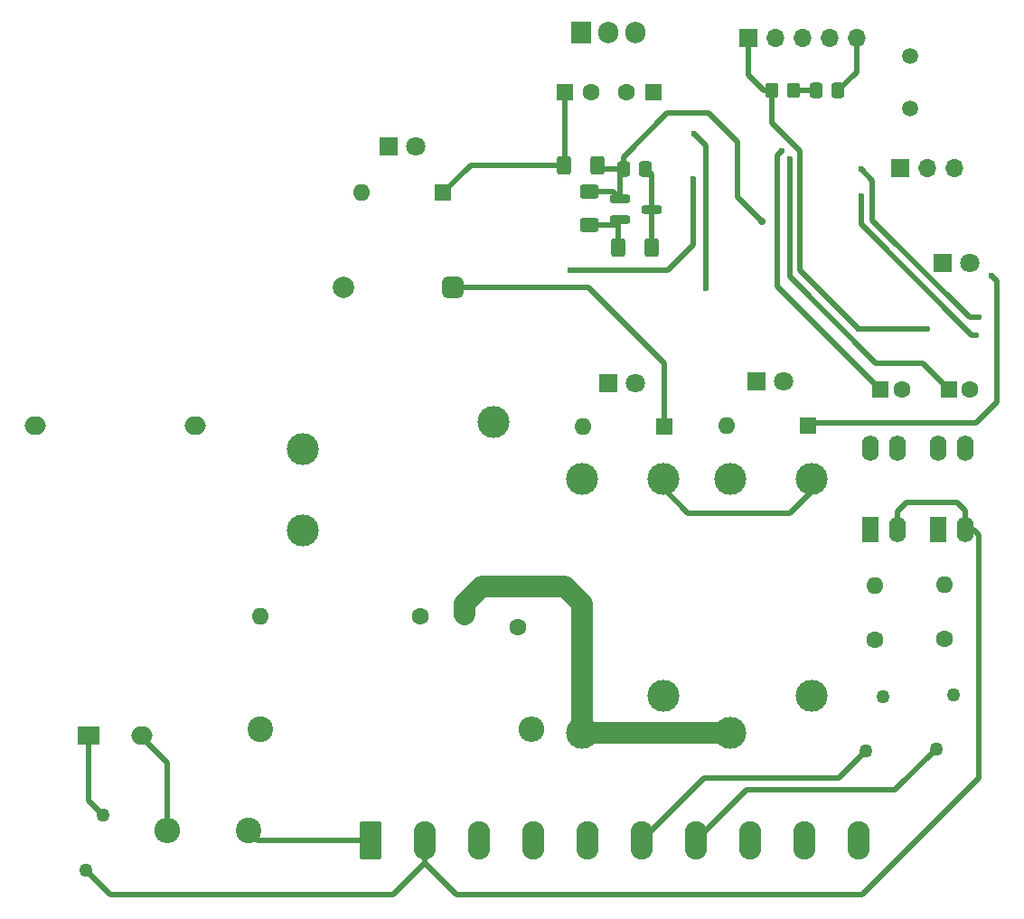
<source format=gbr>
%TF.GenerationSoftware,KiCad,Pcbnew,8.0.6*%
%TF.CreationDate,2024-12-30T11:18:50+02:00*%
%TF.ProjectId,project,70726f6a-6563-4742-9e6b-696361645f70,rev?*%
%TF.SameCoordinates,Original*%
%TF.FileFunction,Copper,L1,Top*%
%TF.FilePolarity,Positive*%
%FSLAX46Y46*%
G04 Gerber Fmt 4.6, Leading zero omitted, Abs format (unit mm)*
G04 Created by KiCad (PCBNEW 8.0.6) date 2024-12-30 11:18:50*
%MOMM*%
%LPD*%
G01*
G04 APERTURE LIST*
G04 Aperture macros list*
%AMRoundRect*
0 Rectangle with rounded corners*
0 $1 Rounding radius*
0 $2 $3 $4 $5 $6 $7 $8 $9 X,Y pos of 4 corners*
0 Add a 4 corners polygon primitive as box body*
4,1,4,$2,$3,$4,$5,$6,$7,$8,$9,$2,$3,0*
0 Add four circle primitives for the rounded corners*
1,1,$1+$1,$2,$3*
1,1,$1+$1,$4,$5*
1,1,$1+$1,$6,$7*
1,1,$1+$1,$8,$9*
0 Add four rect primitives between the rounded corners*
20,1,$1+$1,$2,$3,$4,$5,0*
20,1,$1+$1,$4,$5,$6,$7,0*
20,1,$1+$1,$6,$7,$8,$9,0*
20,1,$1+$1,$8,$9,$2,$3,0*%
G04 Aperture macros list end*
%TA.AperFunction,ComponentPad*%
%ADD10R,1.800000X1.800000*%
%TD*%
%TA.AperFunction,ComponentPad*%
%ADD11C,1.800000*%
%TD*%
%TA.AperFunction,ComponentPad*%
%ADD12R,1.600000X1.600000*%
%TD*%
%TA.AperFunction,ComponentPad*%
%ADD13O,1.600000X1.600000*%
%TD*%
%TA.AperFunction,ComponentPad*%
%ADD14C,1.600000*%
%TD*%
%TA.AperFunction,ComponentPad*%
%ADD15C,1.270000*%
%TD*%
%TA.AperFunction,ComponentPad*%
%ADD16RoundRect,0.249999X-0.790001X-1.550001X0.790001X-1.550001X0.790001X1.550001X-0.790001X1.550001X0*%
%TD*%
%TA.AperFunction,ComponentPad*%
%ADD17O,2.080000X3.600000*%
%TD*%
%TA.AperFunction,ComponentPad*%
%ADD18C,3.000000*%
%TD*%
%TA.AperFunction,SMDPad,CuDef*%
%ADD19RoundRect,0.250000X-0.400000X-0.625000X0.400000X-0.625000X0.400000X0.625000X-0.400000X0.625000X0*%
%TD*%
%TA.AperFunction,ComponentPad*%
%ADD20R,1.700000X1.700000*%
%TD*%
%TA.AperFunction,ComponentPad*%
%ADD21O,1.700000X1.700000*%
%TD*%
%TA.AperFunction,ComponentPad*%
%ADD22R,2.000000X1.700000*%
%TD*%
%TA.AperFunction,ComponentPad*%
%ADD23O,2.000000X1.700000*%
%TD*%
%TA.AperFunction,SMDPad,CuDef*%
%ADD24RoundRect,0.250000X0.400000X0.625000X-0.400000X0.625000X-0.400000X-0.625000X0.400000X-0.625000X0*%
%TD*%
%TA.AperFunction,ComponentPad*%
%ADD25R,1.905000X2.000000*%
%TD*%
%TA.AperFunction,ComponentPad*%
%ADD26O,1.905000X2.000000*%
%TD*%
%TA.AperFunction,SMDPad,CuDef*%
%ADD27RoundRect,0.250000X-0.350000X-0.450000X0.350000X-0.450000X0.350000X0.450000X-0.350000X0.450000X0*%
%TD*%
%TA.AperFunction,SMDPad,CuDef*%
%ADD28RoundRect,0.200000X-0.750000X-0.200000X0.750000X-0.200000X0.750000X0.200000X-0.750000X0.200000X0*%
%TD*%
%TA.AperFunction,SMDPad,CuDef*%
%ADD29RoundRect,0.250000X-0.337500X-0.475000X0.337500X-0.475000X0.337500X0.475000X-0.337500X0.475000X0*%
%TD*%
%TA.AperFunction,ComponentPad*%
%ADD30C,2.400000*%
%TD*%
%TA.AperFunction,ComponentPad*%
%ADD31O,2.400000X2.400000*%
%TD*%
%TA.AperFunction,SMDPad,CuDef*%
%ADD32RoundRect,0.250000X0.625000X-0.400000X0.625000X0.400000X-0.625000X0.400000X-0.625000X-0.400000X0*%
%TD*%
%TA.AperFunction,ComponentPad*%
%ADD33RoundRect,0.500000X0.500000X-0.500000X0.500000X0.500000X-0.500000X0.500000X-0.500000X-0.500000X0*%
%TD*%
%TA.AperFunction,ComponentPad*%
%ADD34C,2.000000*%
%TD*%
%TA.AperFunction,ComponentPad*%
%ADD35R,1.600000X2.400000*%
%TD*%
%TA.AperFunction,ComponentPad*%
%ADD36O,1.600000X2.400000*%
%TD*%
%TA.AperFunction,ComponentPad*%
%ADD37C,1.500000*%
%TD*%
%TA.AperFunction,ViaPad*%
%ADD38C,0.600000*%
%TD*%
%TA.AperFunction,ViaPad*%
%ADD39C,0.700000*%
%TD*%
%TA.AperFunction,Conductor*%
%ADD40C,2.000000*%
%TD*%
%TA.AperFunction,Conductor*%
%ADD41C,0.500000*%
%TD*%
G04 APERTURE END LIST*
D10*
%TO.P,D3,1,K*%
%TO.N,Net-(D3-K)*%
X131127500Y-83282500D03*
D11*
%TO.P,D3,2,A*%
%TO.N,Net-(D3-A)*%
X133667500Y-83282500D03*
%TD*%
D12*
%TO.P,D6,1,K*%
%TO.N,+12V*%
X136337500Y-87332500D03*
D13*
%TO.P,D6,2,A*%
%TO.N,Net-(D3-K)*%
X128717500Y-87332500D03*
%TD*%
D10*
%TO.P,D2,1,K*%
%TO.N,Net-(D2-K)*%
X110558750Y-61073750D03*
D11*
%TO.P,D2,2,A*%
%TO.N,Net-(D2-A)*%
X113098750Y-61073750D03*
%TD*%
D14*
%TO.P,RV1,1*%
%TO.N,220 \u043A\u043E\u043C\u043F. \u0432\u044B\u0445\u043E\u0434 (L)*%
X122657500Y-106127500D03*
%TO.P,RV1,2*%
%TO.N,220 \u0432\u0445\u043E\u0434 (L)*%
X117657500Y-104877500D03*
%TD*%
D15*
%TO.P,F1,1*%
%TO.N,220 \u0432\u0445\u043E\u0434 (N)*%
X82150000Y-128850000D03*
%TO.P,F1,2*%
%TO.N,Net-(PS1-AC{slash}L)*%
X83750000Y-123750000D03*
%TD*%
D16*
%TO.P,J3,1,Pin_1*%
%TO.N,220 \u0432\u0445\u043E\u0434 (L)*%
X108830000Y-126050000D03*
D17*
%TO.P,J3,2,Pin_2*%
%TO.N,220 \u0432\u0445\u043E\u0434 (N)*%
X113910000Y-126050000D03*
%TO.P,J3,3,Pin_3*%
%TO.N,220 \u043A\u043E\u043C\u043F. \u0432\u044B\u0445\u043E\u0434 (L)*%
X118990000Y-126050000D03*
%TO.P,J3,4,Pin_4*%
%TO.N,220 \u0442\u0435\u043D \u043F\u043E\u0434\u0434\u043E\u043D \u0432\u044B\u0445\u043E\u0434 (L)*%
X124070000Y-126050000D03*
%TO.P,J3,5,Pin_5*%
%TO.N,220 \u0442\u0435\u043D \u043A\u043E\u043C\u043F. \u0432\u044B\u0445\u043E\u0434 (L)*%
X129150000Y-126050000D03*
%TO.P,J3,6,Pin_6*%
%TO.N,220 \u043A\u043E\u043C\u043F. \u0432\u0445\u043E\u0434 (L)*%
X134230000Y-126050000D03*
%TO.P,J3,7,Pin_7*%
%TO.N,220 4\u0445 \u0445\u043E\u0434\u043E\u0432\u043E\u0439 \u0432\u0445\u043E\u0434 (L)*%
X139310000Y-126050000D03*
%TO.P,J3,8,Pin_8*%
%TO.N,NTC \u0442\u0435\u043C\u043F. \u043A\u043E\u043C\u043F\u0440\u0435\u0441\u0441\u043E\u0440*%
X144390000Y-126050000D03*
%TO.P,J3,9,Pin_9*%
%TO.N,NTC \u0442\u0435\u043C\u043F. \u0432\u043D\u0435\u0448\u043D\u044F\u044F*%
X149470000Y-126050000D03*
%TO.P,J3,10,Pin_10*%
%TO.N,GND*%
X154550000Y-126050000D03*
%TD*%
D14*
%TO.P,R23,1*%
%TO.N,Net-(F3-Pad2)*%
X162600000Y-107182500D03*
D13*
%TO.P,R23,2*%
%TO.N,Net-(R23-Pad2)*%
X162600000Y-102102500D03*
%TD*%
D18*
%TO.P,K2,13*%
%TO.N,220 \u0442\u0435\u043D \u043F\u043E\u0434\u0434\u043E\u043D \u0432\u044B\u0445\u043E\u0434 (L)*%
X136227500Y-112502500D03*
%TO.P,K2,14*%
%TO.N,220 \u0432\u0445\u043E\u0434 (L)*%
X128607500Y-116002500D03*
%TO.P,K2,A1*%
%TO.N,+12V*%
X136227500Y-92182500D03*
%TO.P,K2,A2*%
%TO.N,Net-(D3-K)*%
X128607500Y-92182500D03*
%TD*%
D19*
%TO.P,R3,1*%
%TO.N,+12V*%
X126950000Y-62800000D03*
%TO.P,R3,2*%
%TO.N,VDDA*%
X130050000Y-62800000D03*
%TD*%
D12*
%TO.P,C10,1*%
%TO.N,+3V3*%
X135300000Y-55950000D03*
D14*
%TO.P,C10,2*%
%TO.N,GND*%
X132800000Y-55950000D03*
%TD*%
D15*
%TO.P,F3,1*%
%TO.N,220 4\u0445 \u0445\u043E\u0434\u043E\u0432\u043E\u0439 \u0432\u0445\u043E\u0434 (L)*%
X161800000Y-117517500D03*
%TO.P,F3,2*%
%TO.N,Net-(F3-Pad2)*%
X163400000Y-112417500D03*
%TD*%
D20*
%TO.P,J2,1,Pin_1*%
%TO.N,+3V3*%
X144210000Y-50920000D03*
D21*
%TO.P,J2,2,Pin_2*%
%TO.N,Net-(J2-Pin_2)*%
X146750000Y-50920000D03*
%TO.P,J2,3,Pin_3*%
%TO.N,Net-(J2-Pin_3)*%
X149290000Y-50920000D03*
%TO.P,J2,4,Pin_4*%
%TO.N,Net-(J2-Pin_4)*%
X151830000Y-50920000D03*
%TO.P,J2,5,Pin_5*%
%TO.N,GND*%
X154370000Y-50920000D03*
%TD*%
D22*
%TO.P,PS1,1,AC/L*%
%TO.N,Net-(PS1-AC{slash}L)*%
X82400000Y-116302500D03*
D23*
%TO.P,PS1,2,AC/N*%
%TO.N,Net-(PS1-AC{slash}N)*%
X87400000Y-116302500D03*
%TO.P,PS1,3,-Vout*%
%TO.N,GND*%
X77400000Y-87222500D03*
%TO.P,PS1,4,+Vout*%
%TO.N,+12V*%
X92400000Y-87222500D03*
%TD*%
D24*
%TO.P,R6,1*%
%TO.N,GND*%
X135150000Y-70550000D03*
%TO.P,R6,2*%
%TO.N,Net-(U1-REF)*%
X132050000Y-70550000D03*
%TD*%
D25*
%TO.P,U3,1,VI*%
%TO.N,+12V*%
X128520000Y-50400000D03*
D26*
%TO.P,U3,2,GND*%
%TO.N,GND*%
X131060000Y-50400000D03*
%TO.P,U3,3,VO*%
%TO.N,+3V3*%
X133600000Y-50400000D03*
%TD*%
D12*
%TO.P,D7,1,K*%
%TO.N,+12V*%
X149782500Y-87247500D03*
D13*
%TO.P,D7,2,A*%
%TO.N,Net-(D4-K)*%
X142162500Y-87247500D03*
%TD*%
D27*
%TO.P,R4,1*%
%TO.N,+3V3*%
X146450000Y-55850000D03*
%TO.P,R4,2*%
%TO.N,Net-(J2-Pin_4)*%
X148450000Y-55850000D03*
%TD*%
D12*
%TO.P,C13,1*%
%TO.N,\u043A\u043E\u043C\u043F\u0440\u0435\u0441\u0441\u043E\u0440 \u0441\u0442\u0430\u0442\u0443\u0441*%
X156600000Y-83835000D03*
D14*
%TO.P,C13,2*%
%TO.N,GND*%
X158600000Y-83835000D03*
%TD*%
D12*
%TO.P,D5,1,K*%
%TO.N,+12V*%
X115643750Y-65373750D03*
D13*
%TO.P,D5,2,A*%
%TO.N,Net-(D2-K)*%
X108023750Y-65373750D03*
%TD*%
D28*
%TO.P,U1,1,K*%
%TO.N,VDDA*%
X132200000Y-66012500D03*
%TO.P,U1,2,REF*%
%TO.N,Net-(U1-REF)*%
X132200000Y-67912500D03*
%TO.P,U1,3,A*%
%TO.N,GND*%
X135200000Y-66962500D03*
%TD*%
D15*
%TO.P,F2,1*%
%TO.N,220 \u043A\u043E\u043C\u043F. \u0432\u0445\u043E\u0434 (L)*%
X155250000Y-117700000D03*
%TO.P,F2,2*%
%TO.N,Net-(F2-Pad2)*%
X156850000Y-112600000D03*
%TD*%
D29*
%TO.P,C2,1*%
%TO.N,Net-(J2-Pin_4)*%
X150550000Y-55850000D03*
%TO.P,C2,2*%
%TO.N,GND*%
X152625000Y-55850000D03*
%TD*%
D20*
%TO.P,J1,1,Pin_1*%
%TO.N,Net-(J1-Pin_1)*%
X158410000Y-63105000D03*
D21*
%TO.P,J1,2,Pin_2*%
%TO.N,Net-(J1-Pin_2)*%
X160950000Y-63105000D03*
%TO.P,J1,3,Pin_3*%
%TO.N,GND*%
X163490000Y-63105000D03*
%TD*%
D30*
%TO.P,TH1,1*%
%TO.N,220 \u0432\u0445\u043E\u0434 (L)*%
X97370000Y-125150000D03*
D31*
%TO.P,TH1,2*%
%TO.N,Net-(PS1-AC{slash}N)*%
X89750000Y-125150000D03*
%TD*%
D14*
%TO.P,R22,1*%
%TO.N,Net-(F2-Pad2)*%
X156100000Y-107265000D03*
D13*
%TO.P,R22,2*%
%TO.N,Net-(R22-Pad2)*%
X156100000Y-102185000D03*
%TD*%
D30*
%TO.P,R21,1*%
%TO.N,Net-(C11-Pad2)*%
X98507500Y-115702500D03*
D31*
%TO.P,R21,2*%
%TO.N,220 \u043A\u043E\u043C\u043F. \u0432\u044B\u0445\u043E\u0434 (L)*%
X123907500Y-115702500D03*
%TD*%
D32*
%TO.P,R5,1*%
%TO.N,Net-(U1-REF)*%
X129300000Y-68400000D03*
%TO.P,R5,2*%
%TO.N,VDDA*%
X129300000Y-65300000D03*
%TD*%
D18*
%TO.P,K1,11*%
%TO.N,220 \u043A\u043E\u043C\u043F. \u0432\u044B\u0445\u043E\u0434 (L)*%
X120307500Y-86912500D03*
%TO.P,K1,12*%
%TO.N,unconnected-(K1-Pad12)*%
X102507500Y-97052500D03*
%TO.P,K1,14*%
%TO.N,220 \u0432\u0445\u043E\u0434 (L)*%
X102507500Y-89452500D03*
D33*
%TO.P,K1,A1*%
%TO.N,+12V*%
X116507500Y-74252500D03*
D34*
%TO.P,K1,A2*%
%TO.N,Net-(D2-K)*%
X106307500Y-74252500D03*
%TD*%
D29*
%TO.P,C5,1*%
%TO.N,VDDA*%
X132512500Y-63150000D03*
%TO.P,C5,2*%
%TO.N,GND*%
X134587500Y-63150000D03*
%TD*%
D14*
%TO.P,C11,1*%
%TO.N,220 \u0432\u0445\u043E\u0434 (L)*%
X113457500Y-105052500D03*
D13*
%TO.P,C11,2*%
%TO.N,Net-(C11-Pad2)*%
X98457500Y-105052500D03*
%TD*%
D35*
%TO.P,U5,1*%
%TO.N,Net-(R23-Pad2)*%
X162025000Y-96975000D03*
D36*
%TO.P,U5,2*%
%TO.N,220 \u0432\u0445\u043E\u0434 (N)*%
X164565000Y-96975000D03*
%TO.P,U5,3*%
%TO.N,GND*%
X164565000Y-89355000D03*
%TO.P,U5,4*%
%TO.N,4\u0445 \u0445\u043E\u0434\u043E\u0432\u043E\u0439 \u0441\u0442\u0430\u0442\u0443\u0441*%
X162025000Y-89355000D03*
%TD*%
D37*
%TO.P,Y1,1,1*%
%TO.N,Net-(U2-PF1)*%
X159410000Y-57520000D03*
%TO.P,Y1,2,2*%
%TO.N,Net-(U2-PF0)*%
X159410000Y-52620000D03*
%TD*%
D12*
%TO.P,C14,1*%
%TO.N,4\u0445 \u0445\u043E\u0434\u043E\u0432\u043E\u0439 \u0441\u0442\u0430\u0442\u0443\u0441*%
X162994888Y-83800000D03*
D14*
%TO.P,C14,2*%
%TO.N,GND*%
X164994888Y-83800000D03*
%TD*%
D12*
%TO.P,C8,1*%
%TO.N,+12V*%
X127000000Y-55950000D03*
D14*
%TO.P,C8,2*%
%TO.N,GND*%
X129500000Y-55950000D03*
%TD*%
D10*
%TO.P,D1,1,K*%
%TO.N,Net-(D1-K)*%
X162442500Y-72005000D03*
D11*
%TO.P,D1,2,A*%
%TO.N,Net-(D1-A)*%
X164982500Y-72005000D03*
%TD*%
D35*
%TO.P,U4,1*%
%TO.N,Net-(R22-Pad2)*%
X155625000Y-96960000D03*
D36*
%TO.P,U4,2*%
%TO.N,220 \u0432\u0445\u043E\u0434 (N)*%
X158165000Y-96960000D03*
%TO.P,U4,3*%
%TO.N,GND*%
X158165000Y-89340000D03*
%TO.P,U4,4*%
%TO.N,\u043A\u043E\u043C\u043F\u0440\u0435\u0441\u0441\u043E\u0440 \u0441\u0442\u0430\u0442\u0443\u0441*%
X155625000Y-89340000D03*
%TD*%
D18*
%TO.P,K3,13*%
%TO.N,220 \u0442\u0435\u043D \u043A\u043E\u043C\u043F. \u0432\u044B\u0445\u043E\u0434 (L)*%
X150120000Y-112520000D03*
%TO.P,K3,14*%
%TO.N,220 \u0432\u0445\u043E\u0434 (L)*%
X142500000Y-116020000D03*
%TO.P,K3,A1*%
%TO.N,+12V*%
X150120000Y-92200000D03*
%TO.P,K3,A2*%
%TO.N,Net-(D4-K)*%
X142500000Y-92200000D03*
%TD*%
D10*
%TO.P,D4,1,K*%
%TO.N,Net-(D4-K)*%
X144947500Y-83097500D03*
D11*
%TO.P,D4,2,A*%
%TO.N,Net-(D4-A)*%
X147487500Y-83097500D03*
%TD*%
D38*
%TO.N,\u043A\u043E\u043C\u043F\u0440\u0435\u0441\u0441\u043E\u0440 \u0441\u0442\u0430\u0442\u0443\u0441*%
X147325000Y-61525000D03*
%TO.N,GND*%
X135150000Y-65150000D03*
X135150000Y-68700000D03*
%TO.N,4\u0445 \u0445\u043E\u0434\u043E\u0432\u043E\u0439 \u0441\u0442\u0430\u0442\u0443\u0441*%
X148075000Y-62225000D03*
%TO.N,+3V3*%
X154550000Y-78200000D03*
X161000000Y-78200000D03*
%TO.N,+12V*%
X167000000Y-73200000D03*
D39*
%TO.N,VDDA*%
X145450000Y-68050000D03*
D38*
%TO.N,NTC \u0442\u0435\u043C\u043F. \u043A\u043E\u043C\u043F\u0440\u0435\u0441\u0441\u043E\u0440*%
X165800000Y-77100000D03*
X154800000Y-63200000D03*
%TO.N,NTC \u0442\u0435\u043C\u043F. \u0432\u043D\u0435\u0448\u043D\u044F\u044F*%
X154795000Y-65755000D03*
X165543358Y-78713778D03*
%TO.N,Net-(J2-Pin_4)*%
X149500000Y-55850000D03*
%TO.N,Net-(Q3-G)*%
X139050000Y-64150000D03*
X127500000Y-72650000D03*
%TO.N,Net-(Q4-G)*%
X139100000Y-59850000D03*
X140200000Y-74350000D03*
%TD*%
D40*
%TO.N,220 \u0432\u0445\u043E\u0434 (L)*%
X117657500Y-104877500D02*
X117657500Y-103917500D01*
X119250000Y-102325000D02*
X127000000Y-102325000D01*
X117657500Y-103917500D02*
X119250000Y-102325000D01*
X127000000Y-102325000D02*
X128607500Y-103932500D01*
X128607500Y-103932500D02*
X128607500Y-116002500D01*
D41*
%TO.N,220 \u0432\u0445\u043E\u0434 (N)*%
X113910000Y-128160000D02*
X116900000Y-131150000D01*
X165800000Y-120250000D02*
X165800000Y-97450000D01*
X165325000Y-96975000D02*
X164565000Y-96975000D01*
X116900000Y-131150000D02*
X154900000Y-131150000D01*
X154900000Y-131150000D02*
X165800000Y-120250000D01*
X165800000Y-97450000D02*
X165325000Y-96975000D01*
X164565000Y-96975000D02*
X164665000Y-96875000D01*
X158165000Y-96960000D02*
X158165000Y-95235000D01*
X163750000Y-94400000D02*
X164565000Y-95215000D01*
X158165000Y-95235000D02*
X159000000Y-94400000D01*
X159000000Y-94400000D02*
X163750000Y-94400000D01*
X164565000Y-95215000D02*
X164565000Y-96975000D01*
%TO.N,\u043A\u043E\u043C\u043F\u0440\u0435\u0441\u0441\u043E\u0440 \u0441\u0442\u0430\u0442\u0443\u0441*%
X146950000Y-61900000D02*
X146950000Y-74185000D01*
X146950000Y-74185000D02*
X156600000Y-83835000D01*
X147325000Y-61525000D02*
X146950000Y-61900000D01*
%TO.N,GND*%
X135150000Y-68700000D02*
X135150000Y-65150000D01*
X135150000Y-63712500D02*
X134587500Y-63150000D01*
X154370000Y-50920000D02*
X154370000Y-54105000D01*
X154370000Y-54105000D02*
X152625000Y-55850000D01*
X135150000Y-65150000D02*
X135150000Y-63712500D01*
X135150000Y-70550000D02*
X135150000Y-68700000D01*
%TO.N,4\u0445 \u0445\u043E\u0434\u043E\u0432\u043E\u0439 \u0441\u0442\u0430\u0442\u0443\u0441*%
X148075000Y-73275000D02*
X156150000Y-81350000D01*
X160544888Y-81350000D02*
X162994888Y-83800000D01*
X156150000Y-81350000D02*
X160544888Y-81350000D01*
X148075000Y-62225000D02*
X148075000Y-73275000D01*
D40*
%TO.N,220 \u0432\u0445\u043E\u0434 (L)*%
X128632500Y-116027500D02*
X128607500Y-116002500D01*
D41*
X108830000Y-126050000D02*
X98270000Y-126050000D01*
D40*
X142402500Y-116027500D02*
X128632500Y-116027500D01*
D41*
X98270000Y-126050000D02*
X97370000Y-125150000D01*
%TO.N,+3V3*%
X154550000Y-78200000D02*
X149050000Y-72700000D01*
X145650000Y-55850000D02*
X144210000Y-54410000D01*
X146450000Y-55850000D02*
X145650000Y-55850000D01*
X161000000Y-78200000D02*
X154550000Y-78200000D01*
X149050000Y-61450000D02*
X146450000Y-58850000D01*
X146450000Y-58850000D02*
X146450000Y-55850000D01*
X144210000Y-54410000D02*
X144210000Y-50920000D01*
X149050000Y-72700000D02*
X149050000Y-61450000D01*
%TO.N,+12V*%
X167500000Y-85050000D02*
X167500000Y-73700000D01*
X126950000Y-62700000D02*
X127000000Y-62650000D01*
X127000000Y-62650000D02*
X127000000Y-55950000D01*
X165550000Y-87000000D02*
X167500000Y-85050000D01*
X126950000Y-62800000D02*
X118217500Y-62800000D01*
X126950000Y-62800000D02*
X126950000Y-62700000D01*
X138550000Y-95400000D02*
X148100000Y-95400000D01*
X167500000Y-73700000D02*
X167000000Y-73200000D01*
X150030000Y-87000000D02*
X165550000Y-87000000D01*
X136337500Y-81362500D02*
X136337500Y-87332500D01*
X150022500Y-93477500D02*
X150022500Y-92207500D01*
X136227500Y-92182500D02*
X136227500Y-93077500D01*
X136227500Y-93077500D02*
X138550000Y-95400000D01*
X149782500Y-87247500D02*
X150030000Y-87000000D01*
X116507500Y-74252500D02*
X129227500Y-74252500D01*
X129227500Y-74252500D02*
X136337500Y-81362500D01*
X148100000Y-95400000D02*
X150022500Y-93477500D01*
X118217500Y-62800000D02*
X115643750Y-65373750D01*
%TO.N,VDDA*%
X140500000Y-57950000D02*
X143200000Y-60650000D01*
X132200000Y-66012500D02*
X132200000Y-63462500D01*
X132512500Y-63150000D02*
X130400000Y-63150000D01*
X132512500Y-63150000D02*
X132512500Y-62037500D01*
X143200000Y-65800000D02*
X145450000Y-68050000D01*
X129300000Y-65300000D02*
X131487500Y-65300000D01*
X130400000Y-63150000D02*
X130050000Y-62800000D01*
X132512500Y-62037500D02*
X136600000Y-57950000D01*
X136600000Y-57950000D02*
X140500000Y-57950000D01*
X143200000Y-60650000D02*
X143200000Y-65800000D01*
X131487500Y-65300000D02*
X132200000Y-66012500D01*
X132200000Y-63462500D02*
X132512500Y-63150000D01*
%TO.N,NTC \u0442\u0435\u043C\u043F. \u043A\u043E\u043C\u043F\u0440\u0435\u0441\u0441\u043E\u0440*%
X155850000Y-68007500D02*
X155850000Y-64250000D01*
X154800000Y-63200000D02*
X154800000Y-63150000D01*
X164942500Y-77100000D02*
X155850000Y-68007500D01*
X155850000Y-64250000D02*
X154800000Y-63200000D01*
X165800000Y-77100000D02*
X164942500Y-77100000D01*
%TO.N,NTC \u0442\u0435\u043C\u043F. \u0432\u043D\u0435\u0448\u043D\u044F\u044F*%
X165163778Y-78713778D02*
X154795000Y-68345000D01*
X165543358Y-78713778D02*
X165163778Y-78713778D01*
X154795000Y-68345000D02*
X154795000Y-65755000D01*
%TO.N,Net-(J2-Pin_4)*%
X149500000Y-55850000D02*
X150550000Y-55850000D01*
X148450000Y-55850000D02*
X149500000Y-55850000D01*
%TO.N,Net-(PS1-AC{slash}L)*%
X82400000Y-122400000D02*
X83750000Y-123750000D01*
X82400000Y-116450000D02*
X82400000Y-122400000D01*
%TO.N,220 \u043A\u043E\u043C\u043F. \u0432\u0445\u043E\u0434 (L)*%
X152700000Y-120250000D02*
X140030000Y-120250000D01*
X140030000Y-120250000D02*
X134230000Y-126050000D01*
X155250000Y-117700000D02*
X152700000Y-120250000D01*
%TO.N,220 4\u0445 \u0445\u043E\u0434\u043E\u0432\u043E\u0439 \u0432\u0445\u043E\u0434 (L)*%
X161800000Y-117517500D02*
X157967500Y-121350000D01*
X144010000Y-121350000D02*
X139310000Y-126050000D01*
X157967500Y-121350000D02*
X144010000Y-121350000D01*
%TO.N,220 \u0432\u0445\u043E\u0434 (N)*%
X110920000Y-131150000D02*
X113910000Y-128160000D01*
X84450000Y-131150000D02*
X110920000Y-131150000D01*
X113910000Y-126050000D02*
X113910000Y-128160000D01*
X82150000Y-128850000D02*
X84450000Y-131150000D01*
%TO.N,Net-(PS1-AC{slash}N)*%
X89750000Y-125150000D02*
X89750000Y-118800000D01*
X89750000Y-118800000D02*
X87400000Y-116450000D01*
%TO.N,Net-(Q3-G)*%
X136700000Y-72650000D02*
X139050000Y-70300000D01*
X139050000Y-70300000D02*
X139050000Y-64150000D01*
X127500000Y-72650000D02*
X136700000Y-72650000D01*
%TO.N,Net-(Q4-G)*%
X140200000Y-74350000D02*
X140200000Y-60950000D01*
X140200000Y-60950000D02*
X139100000Y-59850000D01*
%TO.N,Net-(U1-REF)*%
X132050000Y-70550000D02*
X132050000Y-68062500D01*
X131712500Y-68400000D02*
X132200000Y-67912500D01*
X129300000Y-68400000D02*
X131712500Y-68400000D01*
X132050000Y-68062500D02*
X132200000Y-67912500D01*
%TD*%
M02*

</source>
